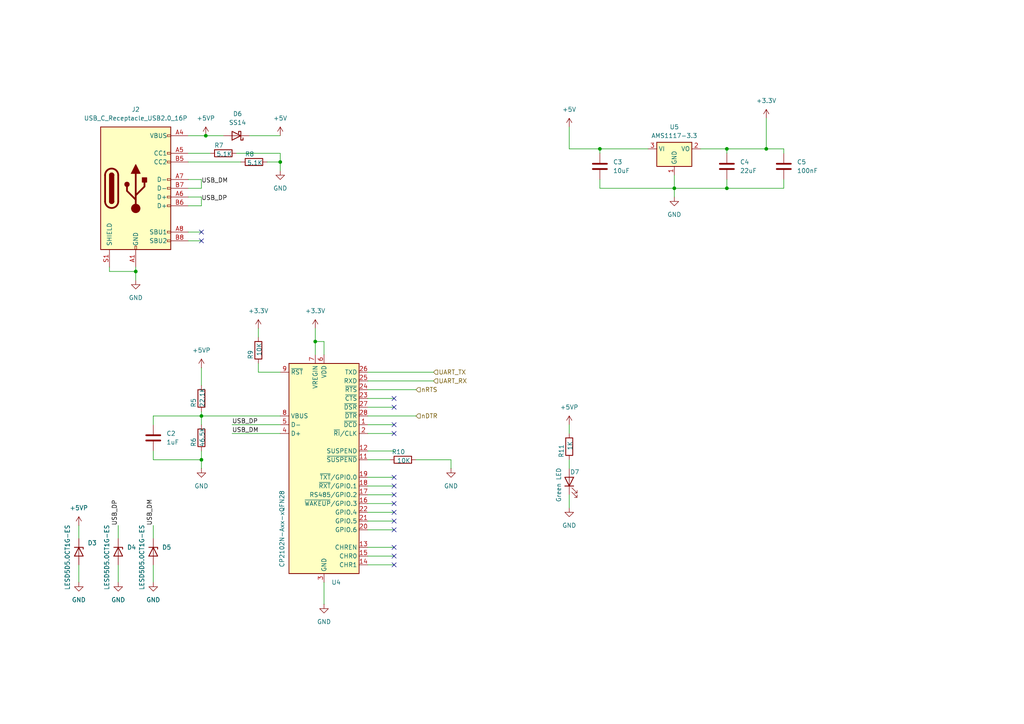
<source format=kicad_sch>
(kicad_sch (version 20250114) (generator "eeschema") (generator_version "9.0")
  (paper "A4")
  (lib_symbols
    (symbol "Connector:USB_C_Receptacle_USB2.0_16P" (pin_names (offset 1.016))
      (property "Reference" "J" (at 0 22.225 0))
      (property "Value" "USB_C_Receptacle_USB2.0_16P" (at 0 19.685 0))
      (symbol "USB_C_Receptacle_USB2.0_16P_0_0"
        (rectangle (start -0.254 -17.78) (end 0.254 -16.764))
        (rectangle (start 10.16 15.494) (end 9.144 14.986))
        (rectangle (start 10.16 10.414) (end 9.144 9.906))
        (rectangle (start 10.16 7.874) (end 9.144 7.366))
        (rectangle (start 10.16 2.794) (end 9.144 2.286))
        (rectangle (start 10.16 0.254) (end 9.144 -0.254))
        (rectangle (start 10.16 -2.286) (end 9.144 -2.794))
        (rectangle (start 10.16 -4.826) (end 9.144 -5.334))
        (rectangle (start 10.16 -12.446) (end 9.144 -12.954))
        (rectangle (start 10.16 -14.986) (end 9.144 -15.494))
      )
      (symbol "USB_C_Receptacle_USB2.0_16P_0_1"
        (rectangle (start -10.16 17.78) (end 10.16 -17.78) (stroke (width 0.254)) (fill (type background)))
        (polyline (pts (xy -8.89 -3.81) (xy -8.89 3.81)) (stroke (width 0.508)))
        (rectangle (start -7.62 -3.81) (end -6.35 3.81) (stroke (width 0.254)) (fill (type outline)))
        (arc (start -7.62 3.81) (mid -6.985 4.4423) (end -6.35 3.81) (stroke (width 0.254)))
        (arc (start -7.62 3.81) (mid -6.985 4.4423) (end -6.35 3.81) (stroke (width 0.254)) (fill (type outline)))
        (arc (start -8.89 3.81) (mid -6.985 5.7067) (end -5.08 3.81) (stroke (width 0.508)))
        (arc (start -5.08 -3.81) (mid -6.985 -5.7067) (end -8.89 -3.81) (stroke (width 0.508)))
        (arc (start -6.35 -3.81) (mid -6.985 -4.4423) (end -7.62 -3.81) (stroke (width 0.254)))
        (arc (start -6.35 -3.81) (mid -6.985 -4.4423) (end -7.62 -3.81) (stroke (width 0.254)) (fill (type outline)))
        (polyline (pts (xy -5.08 3.81) (xy -5.08 -3.81)) (stroke (width 0.508)))
        (circle (center -2.54 1.143) (radius 0.635) (stroke (width 0.254)) (fill (type outline)))
        (polyline (pts (xy -1.27 4.318) (xy 0 6.858) (xy 1.27 4.318) (xy -1.27 4.318)) (stroke (width 0.254)) (fill (type outline)))
        (polyline (pts (xy 0 -2.032) (xy 2.54 0.508) (xy 2.54 1.778)) (stroke (width 0.508)))
        (polyline (pts (xy 0 -3.302) (xy -2.54 -0.762) (xy -2.54 0.508)) (stroke (width 0.508)))
        (polyline (pts (xy 0 -5.842) (xy 0 4.318)) (stroke (width 0.508)))
        (circle (center 0 -5.842) (radius 1.27) (fill (type outline)))
        (rectangle (start 1.905 1.778) (end 3.175 3.048) (stroke (width 0.254)) (fill (type outline)))
      )
      (symbol "USB_C_Receptacle_USB2.0_16P_1_1"
        (pin passive line (at -7.62 -22.86 90) (length 5.08) (name "SHIELD") (number "S1"))
        (pin passive line (at 0 -22.86 90) (length 5.08) (name "GND") (number "A1"))
        (pin passive line (at 0 -22.86 90) (length 5.08) (hide yes) (name "GND") (number "A12"))
        (pin passive line (at 0 -22.86 90) (length 5.08) (hide yes) (name "GND") (number "B1"))
        (pin passive line (at 0 -22.86 90) (length 5.08) (hide yes) (name "GND") (number "B12"))
        (pin passive line (at 15.24 15.24 180) (length 5.08) (name "VBUS") (number "A4"))
        (pin passive line (at 15.24 15.24 180) (length 5.08) (hide yes) (name "VBUS") (number "A9"))
        (pin passive line (at 15.24 15.24 180) (length 5.08) (hide yes) (name "VBUS") (number "B4"))
        (pin passive line (at 15.24 15.24 180) (length 5.08) (hide yes) (name "VBUS") (number "B9"))
        (pin bidirectional line (at 15.24 10.16 180) (length 5.08) (name "CC1") (number "A5"))
        (pin bidirectional line (at 15.24 7.62 180) (length 5.08) (name "CC2") (number "B5"))
        (pin bidirectional line (at 15.24 2.54 180) (length 5.08) (name "D-") (number "A7"))
        (pin bidirectional line (at 15.24 0 180) (length 5.08) (name "D-") (number "B7"))
        (pin bidirectional line (at 15.24 -2.54 180) (length 5.08) (name "D+") (number "A6"))
        (pin bidirectional line (at 15.24 -5.08 180) (length 5.08) (name "D+") (number "B6"))
        (pin bidirectional line (at 15.24 -12.7 180) (length 5.08) (name "SBU1") (number "A8"))
        (pin bidirectional line (at 15.24 -15.24 180) (length 5.08) (name "SBU2") (number "B8"))
      )
    )
    (symbol "Device:C" (pin_numbers (hide yes)) (pin_names (offset 0.254))
      (property "Reference" "C" (at 0.635 2.54 0))
      (property "Value" "C" (at 0.635 -2.54 0))
      (symbol "C_0_1"
        (polyline (pts (xy -2.032 0.762) (xy 2.032 0.762)) (stroke (width 0.508)))
        (polyline (pts (xy -2.032 -0.762) (xy 2.032 -0.762)) (stroke (width 0.508)))
      )
      (symbol "C_1_1"
        (pin passive line (at 0 3.81 270) (length 2.794) (name "~") (number "1"))
        (pin passive line (at 0 -3.81 90) (length 2.794) (name "~") (number "2"))
      )
    )
    (symbol "Device:D_Schottky" (pin_numbers (hide yes)) (pin_names (offset 1.016) (hide yes))
      (property "Reference" "D" (at 0 2.54 0))
      (property "Value" "D_Schottky" (at 0 -2.54 0))
      (symbol "D_Schottky_0_1"
        (polyline (pts (xy -1.905 0.635) (xy -1.905 1.27) (xy -1.27 1.27) (xy -1.27 -1.27) (xy -0.635 -1.27) (xy -0.635 -0.635)) (stroke (width 0.254)))
        (polyline (pts (xy 1.27 1.27) (xy 1.27 -1.27) (xy -1.27 0) (xy 1.27 1.27)) (stroke (width 0.254)))
        (polyline (pts (xy 1.27 0) (xy -1.27 0)))
      )
      (symbol "D_Schottky_1_1"
        (pin passive line (at -3.81 0 0) (length 2.54) (name "K") (number "1"))
        (pin passive line (at 3.81 0 180) (length 2.54) (name "A") (number "2"))
      )
    )
    (symbol "Device:LED" (pin_numbers (hide yes)) (pin_names (offset 1.016) (hide yes))
      (property "Reference" "D" (at 0 2.54 0))
      (property "Value" "LED" (at 0 -2.54 0))
      (symbol "LED_0_1"
        (polyline (pts (xy -3.048 -0.762) (xy -4.572 -2.286) (xy -3.81 -2.286) (xy -4.572 -2.286) (xy -4.572 -1.524)))
        (polyline (pts (xy -1.778 -0.762) (xy -3.302 -2.286) (xy -2.54 -2.286) (xy -3.302 -2.286) (xy -3.302 -1.524)))
        (polyline (pts (xy -1.27 0) (xy 1.27 0)))
        (polyline (pts (xy -1.27 -1.27) (xy -1.27 1.27)) (stroke (width 0.254)))
        (polyline (pts (xy 1.27 -1.27) (xy 1.27 1.27) (xy -1.27 0) (xy 1.27 -1.27)) (stroke (width 0.254)))
      )
      (symbol "LED_1_1"
        (pin passive line (at -3.81 0 0) (length 2.54) (name "K") (number "1"))
        (pin passive line (at 3.81 0 180) (length 2.54) (name "A") (number "2"))
      )
    )
    (symbol "Device:R" (pin_numbers (hide yes)) (pin_names (offset 0))
      (property "Reference" "R" (at 2.032 0 90))
      (property "Value" "R" (at 0 0 90))
      (symbol "R_0_1"
        (rectangle (start -1.016 -2.54) (end 1.016 2.54) (stroke (width 0.254)))
      )
      (symbol "R_1_1"
        (pin passive line (at 0 3.81 270) (length 1.27) (name "~") (number "1"))
        (pin passive line (at 0 -3.81 90) (length 1.27) (name "~") (number "2"))
      )
    )
    (symbol "Diode:ESD5Zxx" (pin_numbers (hide yes)) (pin_names (hide yes))
      (property "Reference" "D" (at 0 2.54 0))
      (property "Value" "ESD5Zxx" (at 0 -2.54 0))
      (symbol "ESD5Zxx_0_1"
        (polyline (pts (xy -1.27 -1.27) (xy -1.27 1.27) (xy -0.762 1.27)) (stroke (width 0.254)))
        (polyline (pts (xy 1.27 0) (xy -1.27 0)))
        (polyline (pts (xy 1.27 -1.27) (xy 1.27 1.27) (xy -1.27 0) (xy 1.27 -1.27)) (stroke (width 0.254)))
      )
      (symbol "ESD5Zxx_1_1"
        (pin passive line (at -3.81 0 0) (length 2.54) (name "K") (number "1"))
        (pin passive line (at 3.81 0 180) (length 2.54) (name "A") (number "2"))
      )
    )
    (symbol "Interface_USB:CP2102N-Axx-xQFN28"
      (property "Reference" "U" (at -8.89 31.75 0))
      (property "Value" "CP2102N-Axx-xQFN28" (at 12.7 31.75 0))
      (symbol "CP2102N-Axx-xQFN28_0_1"
        (rectangle (start -10.16 30.48) (end 10.16 -30.48) (stroke (width 0.254)) (fill (type background)))
      )
      (symbol "CP2102N-Axx-xQFN28_1_1"
        (pin input line (at -12.7 27.94 0) (length 2.54) (name "~{RST}") (number "9"))
        (pin input line (at -12.7 15.24 0) (length 2.54) (name "VBUS") (number "8"))
        (pin bidirectional line (at -12.7 12.7 0) (length 2.54) (name "D-") (number "5"))
        (pin bidirectional line (at -12.7 10.16 0) (length 2.54) (name "D+") (number "4"))
        (pin no_connect line (at -10.16 -27.94 0) (length 2.54) (hide yes) (name "NC") (number "10"))
        (pin power_in line (at -2.54 33.02 270) (length 2.54) (name "VREGIN") (number "7"))
        (pin power_in line (at 0 33.02 270) (length 2.54) (name "VDD") (number "6"))
        (pin passive line (at 0 -33.02 90) (length 2.54) (hide yes) (name "GND") (number "29"))
        (pin power_in line (at 0 -33.02 90) (length 2.54) (name "GND") (number "3"))
        (pin output line (at 12.7 27.94 180) (length 2.54) (name "TXD") (number "26"))
        (pin input line (at 12.7 25.4 180) (length 2.54) (name "RXD") (number "25"))
        (pin output line (at 12.7 22.86 180) (length 2.54) (name "~{RTS}") (number "24"))
        (pin input line (at 12.7 20.32 180) (length 2.54) (name "~{CTS}") (number "23"))
        (pin input line (at 12.7 17.78 180) (length 2.54) (name "~{DSR}") (number "27"))
        (pin output line (at 12.7 15.24 180) (length 2.54) (name "~{DTR}") (number "28"))
        (pin input line (at 12.7 12.7 180) (length 2.54) (name "~{DCD}") (number "1"))
        (pin bidirectional line (at 12.7 10.16 180) (length 2.54) (name "~{RI}/CLK") (number "2"))
        (pin output line (at 12.7 5.08 180) (length 2.54) (name "SUSPEND") (number "12"))
        (pin output line (at 12.7 2.54 180) (length 2.54) (name "~{SUSPEND}") (number "11"))
        (pin bidirectional line (at 12.7 -2.54 180) (length 2.54) (name "~{TXT}/GPIO.0") (number "19"))
        (pin bidirectional line (at 12.7 -5.08 180) (length 2.54) (name "~{RXT}/GPIO.1") (number "18"))
        (pin bidirectional line (at 12.7 -7.62 180) (length 2.54) (name "RS485/GPIO.2") (number "17"))
        (pin bidirectional line (at 12.7 -10.16 180) (length 2.54) (name "~{WAKEUP}/GPIO.3") (number "16"))
        (pin bidirectional line (at 12.7 -12.7 180) (length 2.54) (name "GPIO.4") (number "22"))
        (pin bidirectional line (at 12.7 -15.24 180) (length 2.54) (name "GPIO.5") (number "21"))
        (pin bidirectional line (at 12.7 -17.78 180) (length 2.54) (name "GPIO.6") (number "20"))
        (pin output line (at 12.7 -22.86 180) (length 2.54) (name "CHREN") (number "13"))
        (pin output line (at 12.7 -25.4 180) (length 2.54) (name "CHR0") (number "15"))
        (pin output line (at 12.7 -27.94 180) (length 2.54) (name "CHR1") (number "14"))
      )
    )
    (symbol "Regulator_Linear:AMS1117-3.3"
      (property "Reference" "U" (at -3.81 3.175 0))
      (property "Value" "AMS1117-3.3" (at 0 3.175 0))
      (symbol "AMS1117-3.3_0_1"
        (rectangle (start -5.08 -5.08) (end 5.08 1.905) (stroke (width 0.254)) (fill (type background)))
      )
      (symbol "AMS1117-3.3_1_1"
        (pin power_in line (at -7.62 0 0) (length 2.54) (name "VI") (number "3"))
        (pin power_in line (at 0 -7.62 90) (length 2.54) (name "GND") (number "1"))
        (pin power_out line (at 7.62 0 180) (length 2.54) (name "VO") (number "2"))
      )
    )
    (symbol "power:+3.3V" (power) (pin_numbers (hide yes)) (pin_names (offset 0) (hide yes))
      (property "Value" "+3.3V" (at 0 3.556 0))
      (symbol "+3.3V_0_1"
        (polyline (pts (xy -0.762 1.27) (xy 0 2.54)))
        (polyline (pts (xy 0 2.54) (xy 0.762 1.27)))
        (polyline (pts (xy 0 0) (xy 0 2.54)))
      )
      (symbol "+3.3V_1_1"
        (pin power_in line (at 0 0 90) (length 0) (name "~") (number "1"))
      )
    )
    (symbol "power:+5V" (power) (pin_numbers (hide yes)) (pin_names (offset 0) (hide yes))
      (property "Value" "+5V" (at 0 3.556 0))
      (symbol "+5V_0_1"
        (polyline (pts (xy -0.762 1.27) (xy 0 2.54)))
        (polyline (pts (xy 0 2.54) (xy 0.762 1.27)))
        (polyline (pts (xy 0 0) (xy 0 2.54)))
      )
      (symbol "+5V_1_1"
        (pin power_in line (at 0 0 90) (length 0) (name "~") (number "1"))
      )
    )
    (symbol "power:+5VP" (power) (pin_numbers (hide yes)) (pin_names (offset 0) (hide yes))
      (property "Value" "+5VP" (at 0 3.556 0))
      (symbol "+5VP_0_1"
        (polyline (pts (xy -0.762 1.27) (xy 0 2.54)))
        (polyline (pts (xy 0 2.54) (xy 0.762 1.27)))
        (polyline (pts (xy 0 0) (xy 0 2.54)))
      )
      (symbol "+5VP_1_1"
        (pin power_in line (at 0 0 90) (length 0) (name "~") (number "1"))
      )
    )
    (symbol "power:GND" (power) (pin_numbers (hide yes)) (pin_names (offset 0) (hide yes))
      (property "Value" "GND" (at 0 -3.81 0))
      (symbol "GND_0_1"
        (polyline (pts (xy 0 0) (xy 0 -1.27) (xy 1.27 -1.27) (xy 0 -2.54) (xy -1.27 -1.27) (xy 0 -1.27)))
      )
      (symbol "GND_1_1"
        (pin power_in line (at 0 0 270) (length 0) (name "~") (number "1"))
      )
    )
  )
  (junction (at 58.42 133.35))
  (junction (at 59.69 39.37))
  (junction (at 39.37 78.74))
  (junction (at 210.82 54.61))
  (junction (at 210.82 43.18))
  (junction (at 58.42 120.65))
  (junction (at 195.58 54.61))
  (junction (at 222.25 43.18))
  (junction (at 81.28 46.99))
  (junction (at 91.44 99.06))
  (junction (at 173.99 43.18))
  (no_connect (at 114.3 161.29))
  (no_connect (at 114.3 146.05))
  (no_connect (at 58.42 69.85))
  (no_connect (at 114.3 118.11))
  (no_connect (at 58.42 67.31))
  (no_connect (at 114.3 115.57))
  (no_connect (at 114.3 138.43))
  (no_connect (at 114.3 125.73))
  (no_connect (at 114.3 140.97))
  (no_connect (at 114.3 158.75))
  (no_connect (at 114.3 163.83))
  (no_connect (at 114.3 143.51))
  (no_connect (at 114.3 123.19))
  (no_connect (at 114.3 151.13))
  (no_connect (at 114.3 153.67))
  (no_connect (at 114.3 148.59))
  (wire (pts (xy 93.98 168.91) (xy 93.98 175.26)))
  (wire (pts (xy 22.86 152.4) (xy 22.86 156.21)))
  (wire (pts (xy 72.39 39.37) (xy 81.28 39.37)))
  (wire (pts (xy 203.2 43.18) (xy 210.82 43.18)))
  (wire (pts (xy 44.45 163.83) (xy 44.45 168.91)))
  (wire (pts (xy 34.29 152.4) (xy 34.29 156.21)))
  (wire (pts (xy 58.42 120.65) (xy 58.42 119.38)))
  (wire (pts (xy 106.68 163.83) (xy 114.3 163.83)))
  (wire (pts (xy 210.82 43.18) (xy 222.25 43.18)))
  (wire (pts (xy 227.33 54.61) (xy 210.82 54.61)))
  (wire (pts (xy 106.68 158.75) (xy 114.3 158.75)))
  (wire (pts (xy 58.42 133.35) (xy 58.42 135.89)))
  (wire (pts (xy 81.28 120.65) (xy 58.42 120.65)))
  (wire (pts (xy 93.98 102.87) (xy 93.98 99.06)))
  (wire (pts (xy 44.45 133.35) (xy 58.42 133.35)))
  (wire (pts (xy 106.68 146.05) (xy 114.3 146.05)))
  (wire (pts (xy 58.42 130.81) (xy 58.42 133.35)))
  (wire (pts (xy 44.45 130.81) (xy 44.45 133.35)))
  (wire (pts (xy 54.61 67.31) (xy 58.42 67.31)))
  (wire (pts (xy 91.44 99.06) (xy 91.44 102.87)))
  (wire (pts (xy 195.58 50.8) (xy 195.58 54.61)))
  (wire (pts (xy 106.68 161.29) (xy 114.3 161.29)))
  (wire (pts (xy 34.29 163.83) (xy 34.29 168.91)))
  (wire (pts (xy 165.1 36.83) (xy 165.1 43.18)))
  (wire (pts (xy 106.68 107.95) (xy 125.73 107.95)))
  (wire (pts (xy 74.93 95.25) (xy 74.93 97.79)))
  (wire (pts (xy 54.61 69.85) (xy 58.42 69.85)))
  (wire (pts (xy 106.68 120.65) (xy 120.65 120.65)))
  (wire (pts (xy 31.75 77.47) (xy 31.75 78.74)))
  (wire (pts (xy 106.68 153.67) (xy 114.3 153.67)))
  (wire (pts (xy 54.61 52.07) (xy 58.42 52.07)))
  (wire (pts (xy 106.68 118.11) (xy 114.3 118.11)))
  (wire (pts (xy 44.45 123.19) (xy 44.45 120.65)))
  (wire (pts (xy 31.75 78.74) (xy 39.37 78.74)))
  (wire (pts (xy 106.68 125.73) (xy 114.3 125.73)))
  (wire (pts (xy 39.37 77.47) (xy 39.37 78.74)))
  (wire (pts (xy 22.86 163.83) (xy 22.86 168.91)))
  (wire (pts (xy 106.68 123.19) (xy 114.3 123.19)))
  (wire (pts (xy 106.68 143.51) (xy 114.3 143.51)))
  (wire (pts (xy 54.61 44.45) (xy 60.96 44.45)))
  (wire (pts (xy 68.58 44.45) (xy 81.28 44.45)))
  (wire (pts (xy 173.99 43.18) (xy 165.1 43.18)))
  (wire (pts (xy 227.33 52.07) (xy 227.33 54.61)))
  (wire (pts (xy 222.25 34.29) (xy 222.25 43.18)))
  (wire (pts (xy 227.33 44.45) (xy 227.33 43.18)))
  (wire (pts (xy 67.31 123.19) (xy 81.28 123.19)))
  (wire (pts (xy 58.42 106.68) (xy 58.42 111.76)))
  (wire (pts (xy 58.42 54.61) (xy 54.61 54.61)))
  (wire (pts (xy 59.69 39.37) (xy 64.77 39.37)))
  (wire (pts (xy 44.45 152.4) (xy 44.45 156.21)))
  (wire (pts (xy 106.68 110.49) (xy 125.73 110.49)))
  (wire (pts (xy 39.37 78.74) (xy 39.37 81.28)))
  (wire (pts (xy 58.42 52.07) (xy 58.42 54.61)))
  (wire (pts (xy 81.28 46.99) (xy 81.28 49.53)))
  (wire (pts (xy 106.68 140.97) (xy 114.3 140.97)))
  (wire (pts (xy 173.99 54.61) (xy 195.58 54.61)))
  (wire (pts (xy 44.45 120.65) (xy 58.42 120.65)))
  (wire (pts (xy 195.58 54.61) (xy 195.58 57.15)))
  (wire (pts (xy 106.68 138.43) (xy 114.3 138.43)))
  (wire (pts (xy 173.99 52.07) (xy 173.99 54.61)))
  (wire (pts (xy 91.44 99.06) (xy 93.98 99.06)))
  (wire (pts (xy 106.68 148.59) (xy 114.3 148.59)))
  (wire (pts (xy 106.68 130.81) (xy 114.3 130.81)))
  (wire (pts (xy 54.61 39.37) (xy 59.69 39.37)))
  (wire (pts (xy 106.68 115.57) (xy 114.3 115.57)))
  (wire (pts (xy 58.42 120.65) (xy 58.42 123.19)))
  (wire (pts (xy 210.82 52.07) (xy 210.82 54.61)))
  (wire (pts (xy 106.68 113.03) (xy 120.65 113.03)))
  (wire (pts (xy 58.42 59.69) (xy 54.61 59.69)))
  (wire (pts (xy 74.93 105.41) (xy 74.93 107.95)))
  (wire (pts (xy 106.68 151.13) (xy 114.3 151.13)))
  (wire (pts (xy 210.82 43.18) (xy 210.82 44.45)))
  (wire (pts (xy 173.99 43.18) (xy 173.99 44.45)))
  (wire (pts (xy 81.28 44.45) (xy 81.28 46.99)))
  (wire (pts (xy 130.81 133.35) (xy 130.81 135.89)))
  (wire (pts (xy 58.42 57.15) (xy 58.42 59.69)))
  (wire (pts (xy 54.61 57.15) (xy 58.42 57.15)))
  (wire (pts (xy 195.58 54.61) (xy 210.82 54.61)))
  (wire (pts (xy 120.65 133.35) (xy 130.81 133.35)))
  (wire (pts (xy 91.44 95.25) (xy 91.44 99.06)))
  (wire (pts (xy 165.1 133.35) (xy 165.1 135.89)))
  (wire (pts (xy 165.1 143.51) (xy 165.1 147.32)))
  (wire (pts (xy 67.31 125.73) (xy 81.28 125.73)))
  (wire (pts (xy 187.96 43.18) (xy 173.99 43.18)))
  (wire (pts (xy 227.33 43.18) (xy 222.25 43.18)))
  (wire (pts (xy 106.68 133.35) (xy 113.03 133.35)))
  (wire (pts (xy 54.61 46.99) (xy 69.85 46.99)))
  (wire (pts (xy 77.47 46.99) (xy 81.28 46.99)))
  (wire (pts (xy 81.28 107.95) (xy 74.93 107.95)))
  (wire (pts (xy 165.1 123.19) (xy 165.1 125.73)))
  (label "USB_DP" (at 34.29 152.4 90))
  (label "USB_DM" (at 67.31 125.73 0))
  (label "USB_DP" (at 58.42 58.42 0))
  (label "USB_DM" (at 58.42 53.34 0))
  (label "USB_DP" (at 67.31 123.19 0))
  (label "USB_DM" (at 44.45 152.4 90))
  (hierarchical_label "UART_TX" (shape input) (at 125.73 107.95 0))
  (hierarchical_label "nRTS" (shape input) (at 120.65 113.03 0))
  (hierarchical_label "nDTR" (shape input) (at 120.65 120.65 0))
  (hierarchical_label "UART_RX" (shape input) (at 125.73 110.49 0))
  (symbol (lib_id "power:+5VP") (at 58.42 106.68 0) (unit 1)
    (property "Reference" "#PWR018" (effects (hide yes)))
    (property "Value" "+5VP" (at 58.42 101.6 0))
    (property "Description" "Power symbol creates a global label with name \"+5VP\"" (effects (hide yes)))
  )
  (symbol (lib_id "power:+3.3V") (at 74.93 95.25 0) (unit 1)
    (property "Reference" "#PWR021" (effects (hide yes)))
    (property "Value" "+3.3V" (at 74.93 90.17 0))
    (property "Description" "Power symbol creates a global label with name \"+3.3V\"" (effects (hide yes)))
  )
  (symbol (lib_id "Connector:USB_C_Receptacle_USB2.0_16P") (at 39.37 54.61 0) (unit 1)
    (property "Reference" "J2" (at 39.37 31.75 0))
    (property "Value" "USB_C_Receptacle_USB2.0_16P" (at 39.37 34.29 0))
    (property "Footprint" "Connector_USB:USB_C_Receptacle_HCTL_HC-TYPE-C-16P-01A" (effects (hide yes)))
    (property "Datasheet" "https://www.usb.org/sites/default/files/documents/usb_type-c.zip" (effects (hide yes)))
    (property "Description" "USB 2.0-only 16P Type-C Receptacle connector" (effects (hide yes)))
  )
  (symbol (lib_id "power:+3.3V") (at 222.25 34.29 0) (unit 1)
    (property "Reference" "#PWR031" (effects (hide yes)))
    (property "Value" "+3.3V" (at 222.25 29.21 0))
    (property "Description" "Power symbol creates a global label with name \"+3.3V\"" (effects (hide yes)))
  )
  (symbol (lib_id "power:GND") (at 93.98 175.26 0) (unit 1)
    (property "Reference" "#PWR025" (effects (hide yes)))
    (property "Value" "GND" (at 93.98 180.34 0))
    (property "Description" "Power symbol creates a global label with name \"GND\" , ground" (effects (hide yes)))
  )
  (symbol (lib_id "power:GND") (at 58.42 135.89 0) (unit 1)
    (property "Reference" "#PWR019" (effects (hide yes)))
    (property "Value" "GND" (at 58.42 140.97 0))
    (property "Description" "Power symbol creates a global label with name \"GND\" , ground" (effects (hide yes)))
  )
  (symbol (lib_id "power:+3.3V") (at 91.44 95.25 0) (unit 1)
    (property "Reference" "#PWR024" (effects (hide yes)))
    (property "Value" "+3.3V" (at 91.44 90.17 0))
    (property "Description" "Power symbol creates a global label with name \"+3.3V\"" (effects (hide yes)))
  )
  (symbol (lib_id "Device:C") (at 227.33 48.26 0) (unit 1)
    (property "Reference" "C5" (at 231.14 46.9899 0) (effects (justify left)))
    (property "Value" "100nF" (at 231.14 49.5299 0) (effects (justify left)))
    (property "Footprint" "Capacitor_SMD:C_0805_2012Metric" (effects (hide yes)))
    (property "Description" "Unpolarized capacitor" (effects (hide yes)))
    (property "LCSC" "C1525" (effects (hide yes)))
  )
  (symbol (lib_id "Interface_USB:CP2102N-Axx-xQFN28") (at 93.98 135.89 0) (unit 1)
    (property "Reference" "U4" (at 96.1233 168.91 0) (effects (justify left)))
    (property "Value" "CP2102N-Axx-xQFN28" (at 81.788 164.592 90) (effects (justify left)))
    (property "Footprint" "Package_DFN_QFN:QFN-28-1EP_5x5mm_P0.5mm_EP3.35x3.35mm" (effects (hide yes)))
    (property "Datasheet" "https://www.silabs.com/documents/public/data-sheets/cp2102n-datasheet.pdf" (effects (hide yes)))
    (property "Description" "USB to UART master bridge, QFN-28" (effects (hide yes)))
  )
  (symbol (lib_id "power:+5VP") (at 165.1 123.19 0) (unit 1)
    (property "Reference" "#PWR028" (effects (hide yes)))
    (property "Value" "+5VP" (at 165.1 118.11 0))
    (property "Description" "Power symbol creates a global label with name \"+5VP\"" (effects (hide yes)))
  )
  (symbol (lib_id "power:+5V") (at 81.28 39.37 0) (unit 1)
    (property "Reference" "#PWR022" (effects (hide yes)))
    (property "Value" "+5V" (at 81.28 34.29 0))
    (property "Description" "Power symbol creates a global label with name \"+5V\"" (effects (hide yes)))
  )
  (symbol (lib_id "Diode:ESD5Zxx") (at 22.86 160.02 270) (unit 1)
    (property "Reference" "D3" (at 25.4 157.4799 90) (effects (justify left)))
    (property "Value" "LESD5D5.0CT1G-ES" (at 19.558 152.146 0) (effects (justify left)))
    (property "Footprint" "Diode_SMD:D_SOD-523" (effects (hide yes)))
    (property "Datasheet" "https://www.onsemi.com/pdf/datasheet/esd5z2.5t1-d.pdf" (effects (hide yes)))
    (property "Description" "ESD Protection Diode, SOD-523" (effects (hide yes)))
  )
  (symbol (lib_id "power:GND") (at 34.29 168.91 0) (unit 1)
    (property "Reference" "#PWR015" (effects (hide yes)))
    (property "Value" "GND" (at 34.29 173.99 0))
    (property "Description" "Power symbol creates a global label with name \"GND\" , ground" (effects (hide yes)))
  )
  (symbol (lib_id "power:GND") (at 39.37 81.28 0) (unit 1)
    (property "Reference" "#PWR016" (effects (hide yes)))
    (property "Value" "GND" (at 39.37 86.36 0))
    (property "Description" "Power symbol creates a global label with name \"GND\" , ground" (effects (hide yes)))
  )
  (symbol (lib_id "power:GND") (at 165.1 147.32 0) (unit 1)
    (property "Reference" "#PWR029" (effects (hide yes)))
    (property "Value" "GND" (at 165.1 152.4 0))
    (property "Description" "Power symbol creates a global label with name \"GND\" , ground" (effects (hide yes)))
  )
  (symbol (lib_id "Device:R") (at 64.77 44.45 90) (unit 1)
    (property "Reference" "R7" (at 63.5 42.164 90))
    (property "Value" "5.1K" (at 65.024 44.704 90))
    (property "Footprint" "Resistor_SMD:R_0402_1005Metric" (effects (hide yes)))
    (property "Description" "Resistor" (effects (hide yes)))
  )
  (symbol (lib_id "power:GND") (at 44.45 168.91 0) (unit 1)
    (property "Reference" "#PWR017" (effects (hide yes)))
    (property "Value" "GND" (at 44.45 173.99 0))
    (property "Description" "Power symbol creates a global label with name \"GND\" , ground" (effects (hide yes)))
  )
  (symbol (lib_id "Device:R") (at 165.1 129.54 180) (unit 1)
    (property "Reference" "R11" (at 162.814 130.81 90))
    (property "Value" "1K" (at 165.354 129.286 90))
    (property "Footprint" "Resistor_SMD:R_0402_1005Metric" (effects (hide yes)))
    (property "Description" "Resistor" (effects (hide yes)))
  )
  (symbol (lib_id "Device:R") (at 58.42 127 180) (unit 1)
    (property "Reference" "R6" (at 56.134 128.27 90))
    (property "Value" "46.5K" (at 58.674 126.746 90))
    (property "Footprint" "Resistor_SMD:R_0402_1005Metric" (effects (hide yes)))
    (property "Description" "Resistor" (effects (hide yes)))
  )
  (symbol (lib_id "power:GND") (at 130.81 135.89 0) (unit 1)
    (property "Reference" "#PWR026" (effects (hide yes)))
    (property "Value" "GND" (at 130.81 140.97 0))
    (property "Description" "Power symbol creates a global label with name \"GND\" , ground" (effects (hide yes)))
  )
  (symbol (lib_id "Device:R") (at 74.93 101.6 180) (unit 1)
    (property "Reference" "R9" (at 72.644 102.87 90))
    (property "Value" "10K" (at 75.184 101.346 90))
    (property "Footprint" "Resistor_SMD:R_0402_1005Metric" (effects (hide yes)))
    (property "Description" "Resistor" (effects (hide yes)))
  )
  (symbol (lib_id "power:+5VP") (at 59.69 39.37 0) (unit 1)
    (property "Reference" "#PWR020" (effects (hide yes)))
    (property "Value" "+5VP" (at 59.69 34.29 0))
    (property "Description" "Power symbol creates a global label with name \"+5VP\"" (effects (hide yes)))
  )
  (symbol (lib_id "Device:C") (at 44.45 127 0) (unit 1)
    (property "Reference" "C2" (at 48.26 125.7299 0) (effects (justify left)))
    (property "Value" "1uF" (at 48.26 128.2699 0) (effects (justify left)))
    (property "Footprint" "Capacitor_SMD:C_0402_1005Metric" (effects (hide yes)))
    (property "Description" "Unpolarized capacitor" (effects (hide yes)))
  )
  (symbol (lib_id "Diode:ESD5Zxx") (at 34.29 160.02 270) (unit 1)
    (property "Reference" "D4" (at 36.83 158.7499 90) (effects (justify left)))
    (property "Value" "LESD5D5.0CT1G-ES" (at 30.988 152.146 0) (effects (justify left)))
    (property "Footprint" "Diode_SMD:D_SOD-523" (effects (hide yes)))
    (property "Datasheet" "https://www.onsemi.com/pdf/datasheet/esd5z2.5t1-d.pdf" (effects (hide yes)))
    (property "Description" "ESD Protection Diode, SOD-523" (effects (hide yes)))
  )
  (symbol (lib_id "Regulator_Linear:AMS1117-3.3") (at 195.58 43.18 0) (unit 1)
    (property "Reference" "U5" (at 195.58 36.83 0))
    (property "Value" "AMS1117-3.3" (at 195.58 39.37 0))
    (property "Footprint" "Package_TO_SOT_SMD:SOT-223" (effects (hide yes)))
    (property "Datasheet" "http://www.advanced-monolithic.com/pdf/ds1117.pdf" (effects (hide yes)))
    (property "Description" "1A Low Dropout regulator, positive, 3.3V fixed output, SOT-223" (effects (hide yes)))
  )
  (symbol (lib_id "power:GND") (at 81.28 49.53 0) (unit 1)
    (property "Reference" "#PWR023" (effects (hide yes)))
    (property "Value" "GND" (at 81.28 54.61 0))
    (property "Description" "Power symbol creates a global label with name \"GND\" , ground" (effects (hide yes)))
  )
  (symbol (lib_id "Device:C") (at 173.99 48.26 0) (unit 1)
    (property "Reference" "C3" (at 177.8 46.9899 0) (effects (justify left)))
    (property "Value" "10uF" (at 177.8 49.5299 0) (effects (justify left)))
    (property "Footprint" "Capacitor_SMD:C_0805_2012Metric" (effects (hide yes)))
    (property "Description" "Unpolarized capacitor" (effects (hide yes)))
    (property "LCSC" "C15850" (effects (hide yes)))
  )
  (symbol (lib_id "Device:R") (at 58.42 115.57 180) (unit 1)
    (property "Reference" "R5" (at 56.134 116.84 90))
    (property "Value" "22.1K" (at 58.674 115.316 90))
    (property "Footprint" "Resistor_SMD:R_0402_1005Metric" (effects (hide yes)))
    (property "Description" "Resistor" (effects (hide yes)))
  )
  (symbol (lib_id "power:GND") (at 22.86 168.91 0) (unit 1)
    (property "Reference" "#PWR014" (effects (hide yes)))
    (property "Value" "GND" (at 22.86 173.99 0))
    (property "Description" "Power symbol creates a global label with name \"GND\" , ground" (effects (hide yes)))
  )
  (symbol (lib_id "Device:C") (at 210.82 48.26 0) (unit 1)
    (property "Reference" "C4" (at 214.63 46.9899 0) (effects (justify left)))
    (property "Value" "22uF" (at 214.63 49.5299 0) (effects (justify left)))
    (property "Footprint" "Capacitor_SMD:C_0805_2012Metric" (effects (hide yes)))
    (property "Description" "Unpolarized capacitor" (effects (hide yes)))
    (property "LCSC" "C45783" (effects (hide yes)))
  )
  (symbol (lib_id "power:+5V") (at 165.1 36.83 0) (unit 1)
    (property "Reference" "#PWR027" (effects (hide yes)))
    (property "Value" "+5V" (at 165.1 31.75 0))
    (property "Description" "Power symbol creates a global label with name \"+5V\"" (effects (hide yes)))
  )
  (symbol (lib_id "Device:LED") (at 165.1 139.7 90) (unit 1)
    (property "Reference" "D7" (at 165.354 136.906 90) (effects (justify right)))
    (property "Value" "Green LED" (at 162.052 135.636 0) (effects (justify right)))
    (property "Footprint" "LED_SMD:LED_0402_1005Metric" (effects (hide yes)))
    (property "Description" "Light emitting diode" (effects (hide yes)))
    (property "Sim.Pins" "1=K 2=A" (effects (hide yes)))
    (property "LCSC" "C434446" (effects (hide yes)))
  )
  (symbol (lib_id "Diode:ESD5Zxx") (at 44.45 160.02 270) (unit 1)
    (property "Reference" "D5" (at 46.99 158.7499 90) (effects (justify left)))
    (property "Value" "LESD5D5.0CT1G-ES" (at 41.148 152.146 0) (effects (justify left)))
    (property "Footprint" "Diode_SMD:D_SOD-523" (effects (hide yes)))
    (property "Datasheet" "https://www.onsemi.com/pdf/datasheet/esd5z2.5t1-d.pdf" (effects (hide yes)))
    (property "Description" "ESD Protection Diode, SOD-523" (effects (hide yes)))
  )
  (symbol (lib_id "power:+5VP") (at 22.86 152.4 0) (unit 1)
    (property "Reference" "#PWR013" (effects (hide yes)))
    (property "Value" "+5VP" (at 22.86 147.32 0))
    (property "Description" "Power symbol creates a global label with name \"+5VP\"" (effects (hide yes)))
  )
  (symbol (lib_id "Device:R") (at 116.84 133.35 90) (unit 1)
    (property "Reference" "R10" (at 115.57 131.064 90))
    (property "Value" "10K" (at 117.094 133.604 90))
    (property "Footprint" "Resistor_SMD:R_0402_1005Metric" (effects (hide yes)))
    (property "Description" "Resistor" (effects (hide yes)))
  )
  (symbol (lib_id "Device:D_Schottky") (at 68.58 39.37 180) (unit 1)
    (property "Reference" "D6" (at 68.8975 33.02 0))
    (property "Value" "SS14" (at 68.8975 35.56 0))
    (property "Footprint" "Diode_SMD:D_SMA" (effects (hide yes)))
    (property "Description" "Schottky diode" (effects (hide yes)))
  )
  (symbol (lib_id "power:GND") (at 195.58 57.15 0) (unit 1)
    (property "Reference" "#PWR030" (effects (hide yes)))
    (property "Value" "GND" (at 195.58 62.23 0))
    (property "Description" "Power symbol creates a global label with name \"GND\" , ground" (effects (hide yes)))
  )
  (symbol (lib_id "Device:R") (at 73.66 46.99 90) (unit 1)
    (property "Reference" "R8" (at 72.39 44.704 90))
    (property "Value" "5.1K" (at 73.914 47.244 90))
    (property "Footprint" "Resistor_SMD:R_0402_1005Metric" (effects (hide yes)))
    (property "Description" "Resistor" (effects (hide yes)))
  )
)
</source>
